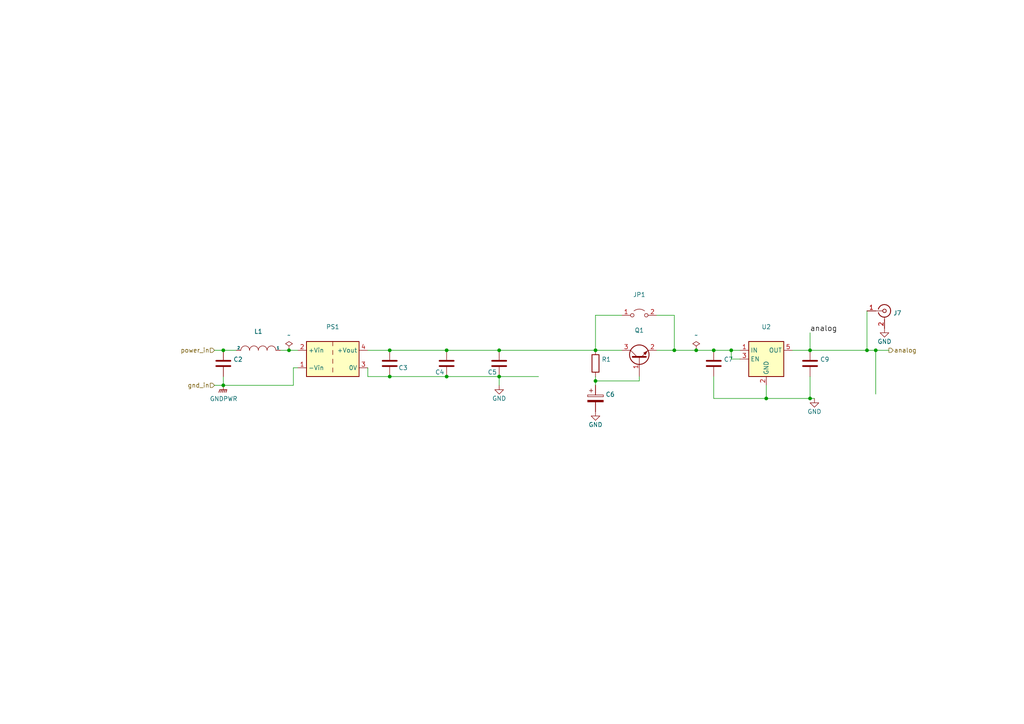
<source format=kicad_sch>
(kicad_sch (version 20211123) (generator eeschema)
  (paper "A4")
  (lib_symbols
    (symbol "0JLC:10uF_1206_50V" (pin_numbers hide) (pin_names (offset 0.254))
      (property "Reference" "C" (at 0.635 2.54 0))
      (property "Value" "0JLC_10uF_1206_50V" (at 0.635 -2.54 0))
      (symbol "10uF_1206_50V_0_1"
        (polyline (pts (xy -2.032 -0.762) (xy 2.032 -0.762)) (stroke (width 0.508)))
        (polyline (pts (xy -2.032 0.762) (xy 2.032 0.762)) (stroke (width 0.508)))
      )
      (symbol "10uF_1206_50V_1_1"
        (pin passive line (at 0 3.81 270) (length 2.794) (name "~") (number "1"))
        (pin passive line (at 0 -3.81 90) (length 2.794) (name "~") (number "2"))
      )
    )
    (symbol "0JLC:1K" (pin_numbers hide) (pin_names (offset 0))
      (property "Reference" "R" (at 2.032 0 90))
      (property "Value" "0JLC_1K" (at 0 0 90))
      (symbol "1K_0_1"
        (rectangle (start -1.016 -2.54) (end 1.016 2.54) (stroke (width 0.254)))
      )
      (symbol "1K_1_1"
        (pin passive line (at 0 3.81 270) (length 1.27) (name "~") (number "1"))
        (pin passive line (at 0 -3.81 90) (length 1.27) (name "~") (number "2"))
      )
    )
    (symbol "0JLC:1uF" (pin_numbers hide) (pin_names (offset 0.254))
      (property "Reference" "C" (at 0.635 2.54 0))
      (property "Value" "0JLC_1uF" (at 0.635 -2.54 0))
      (symbol "1uF_0_1"
        (polyline (pts (xy -2.032 -0.762) (xy 2.032 -0.762)) (stroke (width 0.508)))
        (polyline (pts (xy -2.032 0.762) (xy 2.032 0.762)) (stroke (width 0.508)))
      )
      (symbol "1uF_1_1"
        (pin passive line (at 0 3.81 270) (length 2.794) (name "~") (number "1"))
        (pin passive line (at 0 -3.81 90) (length 2.794) (name "~") (number "2"))
      )
    )
    (symbol "0JLC:4.7uF_1206_50V" (pin_numbers hide) (pin_names (offset 0.254))
      (property "Reference" "C" (at 0.635 2.54 0))
      (property "Value" "0JLC_4.7uF_1206_50V" (at 0.635 -2.54 0))
      (symbol "4.7uF_1206_50V_0_1"
        (polyline (pts (xy -2.032 -0.762) (xy 2.032 -0.762)) (stroke (width 0.508)))
        (polyline (pts (xy -2.032 0.762) (xy 2.032 0.762)) (stroke (width 0.508)))
      )
      (symbol "4.7uF_1206_50V_1_1"
        (pin passive line (at 0 3.81 270) (length 2.794) (name "~") (number "1"))
        (pin passive line (at 0 -3.81 90) (length 2.794) (name "~") (number "2"))
      )
    )
    (symbol "0JLC:LP5907MFX-3.3"
      (property "Reference" "U" (at -3.81 6.35 0))
      (property "Value" "0JLC_LP5907MFX-3.3" (at 6.35 6.35 0))
      (symbol "LP5907MFX-3.3_0_1"
        (rectangle (start -5.08 -5.08) (end 5.08 5.08) (stroke (width 0.254)) (fill (type background)))
        (pin power_in line (at -7.62 2.54 0) (length 2.54) (name "IN") (number "1"))
        (pin power_in line (at 0 -7.62 90) (length 2.54) (name "GND") (number "2"))
        (pin input line (at -7.62 0 0) (length 2.54) (name "EN") (number "3"))
        (pin no_connect line (at 5.08 0 180) (length 2.54) hide (name "NC") (number "4"))
        (pin power_out line (at 7.62 2.54 180) (length 2.54) (name "OUT") (number "5"))
      )
    )
    (symbol "0my_intf:MMCX" (pin_names (offset 1.016) hide)
      (property "Reference" "J" (at 0.254 3.048 0))
      (property "Value" "0my_intf_MMCX" (at 2.921 0 90))
      (symbol "MMCX_0_1"
        (arc (start -1.778 -0.508) (mid 0.2311 -1.8066) (end 1.778 0) (stroke (width 0.254)))
        (polyline (pts (xy -2.54 0) (xy -0.508 0)))
        (polyline (pts (xy 0 -2.54) (xy 0 -1.778)))
        (circle (center 0 0) (radius 0.508) (stroke (width 0.2032)))
        (arc (start 1.778 0) (mid 0.2099 1.8101) (end -1.778 0.508) (stroke (width 0.254)))
      )
      (symbol "MMCX_1_1"
        (pin passive line (at -5.08 0 0) (length 2.54) (name "In") (number "1"))
        (pin passive line (at 0 -5.08 90) (length 2.54) (name "Ext") (number "2"))
      )
    )
    (symbol "Device:C" (pin_numbers hide) (pin_names (offset 0.254))
      (property "Reference" "C" (at 0.635 2.54 0))
      (property "Value" "C" (at 0.635 -2.54 0))
      (symbol "C_0_1"
        (polyline (pts (xy -2.032 -0.762) (xy 2.032 -0.762)) (stroke (width 0.508)))
        (polyline (pts (xy -2.032 0.762) (xy 2.032 0.762)) (stroke (width 0.508)))
      )
      (symbol "C_1_1"
        (pin passive line (at 0 3.81 270) (length 2.794) (name "~") (number "1"))
        (pin passive line (at 0 -3.81 90) (length 2.794) (name "~") (number "2"))
      )
    )
    (symbol "Device:CP" (pin_numbers hide) (pin_names (offset 0.254))
      (property "Reference" "C" (at 0.635 2.54 0))
      (property "Value" "Device_CP" (at 0.635 -2.54 0))
      (symbol "CP_0_1"
        (rectangle (start -2.286 0.508) (end 2.286 1.016))
        (polyline (pts (xy -1.778 2.286) (xy -0.762 2.286)))
        (polyline (pts (xy -1.27 2.794) (xy -1.27 1.778)))
        (rectangle (start 2.286 -0.508) (end -2.286 -1.016) (fill (type outline)))
      )
      (symbol "CP_1_1"
        (pin passive line (at 0 3.81 270) (length 2.794) (name "~") (number "1"))
        (pin passive line (at 0 -3.81 90) (length 2.794) (name "~") (number "2"))
      )
    )
    (symbol "Jumper:Jumper_2_Open" (pin_names (offset 0) hide)
      (property "Reference" "JP" (at 0 2.794 0))
      (property "Value" "Jumper_2_Open" (at 0 -2.286 0))
      (symbol "Jumper_2_Open_0_0"
        (circle (center -2.032 0) (radius 0.508))
        (circle (center 2.032 0) (radius 0.508))
      )
      (symbol "Jumper_2_Open_0_1"
        (arc (start 1.524 1.27) (mid 0 1.778) (end -1.524 1.27))
      )
      (symbol "Jumper_2_Open_1_1"
        (pin passive line (at -5.08 0 0) (length 2.54) (name "A") (number "1"))
        (pin passive line (at 5.08 0 180) (length 2.54) (name "B") (number "2"))
      )
    )
    (symbol "Transistor_BJT:BC847" (pin_names (offset 0) hide)
      (property "Reference" "Q" (at 5.08 1.905 0))
      (property "Value" "BC847" (at 5.08 0 0))
      (symbol "BC847_0_1"
        (polyline (pts (xy 0.635 0.635) (xy 2.54 2.54)))
        (polyline (pts (xy 0.635 -0.635) (xy 2.54 -2.54) (xy 2.54 -2.54)))
        (polyline (pts (xy 0.635 1.905) (xy 0.635 -1.905) (xy 0.635 -1.905)) (stroke (width 0.508)))
        (polyline (pts (xy 1.27 -1.778) (xy 1.778 -1.27) (xy 2.286 -2.286) (xy 1.27 -1.778) (xy 1.27 -1.778)) (fill (type outline)))
        (circle (center 1.27 0) (radius 2.8194) (stroke (width 0.254)))
      )
      (symbol "BC847_1_1"
        (pin input line (at -5.08 0 0) (length 5.715) (name "B") (number "1"))
        (pin passive line (at 2.54 -5.08 90) (length 2.54) (name "E") (number "2"))
        (pin passive line (at 2.54 5.08 270) (length 2.54) (name "C") (number "3"))
      )
    )
    (symbol "power:GND" (power) (pin_names (offset 0))
      (property "Value" "GND" (at 0 -3.81 0))
      (symbol "GND_0_1"
        (polyline (pts (xy 0 0) (xy 0 -1.27) (xy 1.27 -1.27) (xy 0 -2.54) (xy -1.27 -1.27) (xy 0 -1.27)))
      )
      (symbol "GND_1_1"
        (pin power_in line (at 0 0 270) (length 0) hide (name "GND") (number "1"))
      )
    )
    (symbol "power:GNDPWR" (power) (pin_names (offset 0))
      (property "Value" "GNDPWR" (at 0 -3.302 0))
      (symbol "GNDPWR_0_1"
        (polyline (pts (xy 0 -1.27) (xy 0 0)))
        (polyline (pts (xy -1.016 -1.27) (xy -1.27 -2.032) (xy -1.27 -2.032)) (stroke (width 0.2032)))
        (polyline (pts (xy -0.508 -1.27) (xy -0.762 -2.032) (xy -0.762 -2.032)) (stroke (width 0.2032)))
        (polyline (pts (xy 0 -1.27) (xy -0.254 -2.032) (xy -0.254 -2.032)) (stroke (width 0.2032)))
        (polyline (pts (xy 0.508 -1.27) (xy 0.254 -2.032) (xy 0.254 -2.032)) (stroke (width 0.2032)))
        (polyline (pts (xy 1.016 -1.27) (xy -1.016 -1.27) (xy -1.016 -1.27)) (stroke (width 0.2032)))
        (polyline (pts (xy 1.016 -1.27) (xy 0.762 -2.032) (xy 0.762 -2.032) (xy 0.762 -2.032)) (stroke (width 0.2032)))
      )
      (symbol "GNDPWR_1_1"
        (pin power_in line (at 0 0 270) (length 0) hide (name "GNDPWR") (number "1"))
      )
    )
    (symbol "power:PWR_FLAG" (power) (pin_numbers hide) (pin_names (offset 0) hide)
      (property "Value" "PWR_FLAG" (at 0 3.81 0))
      (symbol "PWR_FLAG_0_0"
        (pin power_out line (at 0 0 90) (length 0) (name "pwr") (number "1"))
      )
      (symbol "PWR_FLAG_0_1"
        (polyline (pts (xy 0 0) (xy 0 1.27) (xy -1.016 1.905) (xy 0 2.54) (xy 1.016 1.905) (xy 0 1.27)))
      )
    )
    (symbol "pspice:INDUCTOR" (pin_numbers hide) (pin_names (offset 0))
      (property "Reference" "L" (at 0 2.54 0))
      (property "Value" "INDUCTOR" (at 0 -1.27 0))
      (symbol "INDUCTOR_0_1"
        (arc (start -2.54 0) (mid -3.81 1.27) (end -5.08 0))
        (arc (start 0 0) (mid -1.27 1.27) (end -2.54 0))
        (arc (start 2.54 0) (mid 1.27 1.27) (end 0 0))
        (arc (start 5.08 0) (mid 3.81 1.27) (end 2.54 0))
      )
      (symbol "INDUCTOR_1_1"
        (pin input line (at -6.35 0 0) (length 1.27) (name "1") (number "1"))
        (pin input line (at 6.35 0 180) (length 1.27) (name "2") (number "2"))
      )
    )
    (symbol "uart_mux-rescue:B0305S-1WR2-0my_power"
      (property "Reference" "PS" (at -7.62 6.35 0))
      (property "Value" "B0305S-1WR2-0my_power" (at 1.27 6.35 0))
      (symbol "B0305S-1WR2-0my_power_0_0"
        (pin power_in line (at -10.16 -2.54 0) (length 2.54) (name "-Vin") (number "1"))
        (pin power_in line (at -10.16 2.54 0) (length 2.54) (name "+Vin") (number "2"))
        (pin power_out line (at 10.16 -2.54 180) (length 2.54) (name "0V") (number "3"))
        (pin power_out line (at 10.16 2.54 180) (length 2.54) (name "+Vout") (number "4"))
      )
      (symbol "B0305S-1WR2-0my_power_0_1"
        (rectangle (start -7.62 5.08) (end 7.62 -5.08) (stroke (width 0.254)) (fill (type background)))
        (polyline (pts (xy 0 -2.54) (xy 0 -3.81)))
        (polyline (pts (xy 0 0) (xy 0 -1.27)))
        (polyline (pts (xy 0 2.54) (xy 0 1.27)))
        (polyline (pts (xy 0 5.08) (xy 0 3.81)))
      )
    )
  )
  (junction (at 113.03 109.22))
  (junction (at 222.25 115.57))
  (junction (at 129.54 109.22))
  (junction (at 64.77 111.76))
  (junction (at 113.03 101.6))
  (junction (at 144.78 101.6))
  (junction (at 251.46 101.6))
  (junction (at 144.78 109.22))
  (junction (at 64.77 101.6))
  (junction (at 212.09 101.6))
  (junction (at 254 101.6))
  (junction (at 195.58 101.6))
  (junction (at 234.95 101.6))
  (junction (at 201.93 101.6))
  (junction (at 172.72 110.49))
  (junction (at 172.72 101.6))
  (junction (at 129.54 101.6))
  (junction (at 234.95 115.57))
  (junction (at 83.82 101.6))
  (junction (at 207.01 101.6))
  (wire (pts (xy 172.72 110.49) (xy 185.42 110.49)))
  (wire (pts (xy 185.42 110.49) (xy 185.42 109.22)))
  (wire (pts (xy 201.93 101.6) (xy 207.01 101.6)))
  (wire (pts (xy 62.23 111.76) (xy 64.77 111.76)))
  (wire (pts (xy 207.01 101.6) (xy 212.09 101.6)))
  (wire (pts (xy 222.25 115.57) (xy 207.01 115.57)))
  (wire (pts (xy 129.54 109.22) (xy 113.03 109.22)))
  (wire (pts (xy 106.68 109.22) (xy 113.03 109.22)))
  (wire (pts (xy 62.23 101.6) (xy 64.77 101.6)))
  (wire (pts (xy 212.09 101.6) (xy 212.09 104.14)))
  (wire (pts (xy 172.72 91.44) (xy 180.34 91.44)))
  (wire (pts (xy 172.72 101.6) (xy 180.34 101.6)))
  (wire (pts (xy 64.77 101.6) (xy 68.58 101.6)))
  (wire (pts (xy 212.09 104.14) (xy 214.63 104.14)))
  (wire (pts (xy 129.54 101.6) (xy 144.78 101.6)))
  (wire (pts (xy 234.95 109.22) (xy 234.95 115.57)))
  (wire (pts (xy 212.09 101.6) (xy 214.63 101.6)))
  (wire (pts (xy 251.46 90.17) (xy 251.46 101.6)))
  (wire (pts (xy 172.72 110.49) (xy 172.72 111.76)))
  (wire (pts (xy 254 101.6) (xy 257.81 101.6)))
  (wire (pts (xy 251.46 101.6) (xy 254 101.6)))
  (wire (pts (xy 113.03 101.6) (xy 129.54 101.6)))
  (wire (pts (xy 195.58 101.6) (xy 201.93 101.6)))
  (wire (pts (xy 207.01 115.57) (xy 207.01 109.22)))
  (wire (pts (xy 172.72 109.22) (xy 172.72 110.49)))
  (wire (pts (xy 83.82 101.6) (xy 86.36 101.6)))
  (wire (pts (xy 234.95 101.6) (xy 251.46 101.6)))
  (wire (pts (xy 254 114.3) (xy 254 101.6)))
  (wire (pts (xy 129.54 109.22) (xy 144.78 109.22)))
  (wire (pts (xy 86.36 106.68) (xy 85.09 106.68)))
  (wire (pts (xy 234.95 115.57) (xy 236.22 115.57)))
  (wire (pts (xy 85.09 111.76) (xy 64.77 111.76)))
  (wire (pts (xy 106.68 101.6) (xy 113.03 101.6)))
  (wire (pts (xy 144.78 101.6) (xy 172.72 101.6)))
  (wire (pts (xy 234.95 101.6) (xy 234.95 96.52)))
  (wire (pts (xy 195.58 91.44) (xy 195.58 101.6)))
  (wire (pts (xy 222.25 115.57) (xy 234.95 115.57)))
  (wire (pts (xy 234.95 101.6) (xy 229.87 101.6)))
  (wire (pts (xy 64.77 109.22) (xy 64.77 111.76)))
  (wire (pts (xy 144.78 111.76) (xy 144.78 109.22)))
  (wire (pts (xy 81.28 101.6) (xy 83.82 101.6)))
  (wire (pts (xy 222.25 111.76) (xy 222.25 115.57)))
  (wire (pts (xy 190.5 91.44) (xy 195.58 91.44)))
  (wire (pts (xy 144.78 109.22) (xy 156.21 109.22)))
  (wire (pts (xy 172.72 101.6) (xy 172.72 91.44)))
  (wire (pts (xy 85.09 106.68) (xy 85.09 111.76)))
  (wire (pts (xy 106.68 106.68) (xy 106.68 109.22)))
  (wire (pts (xy 190.5 101.6) (xy 195.58 101.6)))
  (label "analog" (at 234.95 96.52 0) (effects (font (size 1.524 1.524))))
  (hierarchical_label "power_in" (shape input) (at 62.23 101.6 180))
  (hierarchical_label "analog" (shape output) (at 257.81 101.6 0))
  (hierarchical_label "gnd_in" (shape input) (at 62.23 111.76 180))
  (symbol (lib_id "Device:C") (at 129.54 105.41 180) (unit 1)
    (property "Reference" "C4" (at 128.905 107.95 0) (effects (justify left)))
    (property "Datasheet" "CC0603KRX7R9BB104" (effects hide))
    (property "MFR" "Samsung" (effects hide))
    (property "MPN" "CC0603KRX7R9BB104" (effects hide))
    (property "SPURL" "-" (effects hide))
    (property "LCSC" "C14663" (effects hide))
  )
  (symbol (lib_id "Device:C") (at 144.78 105.41 180) (unit 1)
    (property "Reference" "C5" (at 144.145 107.95 0) (effects (justify left)))
    (property "Datasheet" "0603B103K500NT" (effects hide))
    (property "MFR" "Samsung" (effects hide))
    (property "MPN" "0603B103K500NT" (effects hide))
    (property "LCSC" "C57112" (effects hide))
    (property "SPURL" "-" (effects hide))
  )
  (symbol (lib_id "power:GND") (at 144.78 111.76 0) (unit 1)
    (property "Reference" "#PWR016" (effects hide))
  )
  (symbol (lib_id "power:GND") (at 172.72 119.38 0) (unit 1)
    (property "Reference" "#PWR017" (effects hide))
  )
  (symbol (lib_id "Transistor_BJT:BC847") (at 185.42 104.14 90) (unit 1)
    (property "Reference" "Q1" (at 185.42 95.8088 90))
    (property "Datasheet" "http://www.infineon.com/dgdl/Infineon-BC847SERIES_BC848SERIES_BC849SERIES_BC850SERIES-DS-v01_01-en.pdf?fileId=db3a304314dca389011541d4630a1657" (effects hide))
    (property "MPN" "BC847C,215" (effects hide))
    (property "LCSC" "C8664" (effects hide))
  )
  (symbol (lib_id "Jumper:Jumper_2_Open") (at 185.42 91.44 0) (unit 1)
    (property "Reference" "JP1" (at 185.42 85.471 0))
  )
  (symbol (lib_id "uart_mux-rescue:B0305S-1WR2-0my_power") (at 96.52 104.14 0) (unit 1)
    (property "Reference" "PS1" (at 96.52 94.8182 0))
    (property "LCSC" "C80854" (effects hide))
    (property "MPN" "B0305S-1WR2" (effects hide))
  )
  (symbol (lib_id "pspice:INDUCTOR") (at 74.93 101.6 0) (mirror y) (unit 1)
    (property "Reference" "L1" (at 74.93 96.139 0))
    (property "MPN" "NLCV32T-6R8M-PFR" (effects hide))
    (property "LCSC" "C87559" (effects hide))
  )
  (symbol (lib_id "power:GNDPWR") (at 64.77 111.76 0) (unit 1)
    (property "Reference" "#PWR015" (effects hide))
  )
  (symbol (lib_id "0JLC:10uF_1206_50V") (at 113.03 105.41 0) (unit 1)
    (property "Reference" "C3" (at 115.57 106.68 0) (effects (justify left)))
    (property "LCSC" "C13585" (effects hide))
    (property "MPN" "CL31A106KBHNNNE" (effects hide))
  )
  (symbol (lib_id "0JLC:4.7uF_1206_50V") (at 64.77 105.41 0) (unit 1)
    (property "Reference" "C2" (at 67.691 104.2416 0) (effects (justify left)))
    (property "LCSC" "C29823" (effects hide))
    (property "MPN" "1206B475K500NT" (effects hide))
  )
  (symbol (lib_id "0JLC:1K") (at 172.72 105.41 0) (unit 1)
    (property "Reference" "R1" (at 174.498 104.2416 0) (effects (justify left)))
    (property "LCSC" "C21190" (effects hide))
    (property "MPN" "0603WAF1001T5E" (effects hide))
  )
  (symbol (lib_id "Device:CP") (at 172.72 115.57 0) (unit 1)
    (property "Reference" "C6" (at 175.641 114.4016 0) (effects (justify left)))
    (property "LCSC" "C84455" (effects hide))
    (property "MPN" "GRM32ER61A107ME20L" (effects hide))
  )
  (symbol (lib_id "0JLC:LP5907MFX-3.3") (at 222.25 104.14 0) (unit 1)
    (property "Reference" "U2" (at 222.25 94.8182 0))
    (property "Datasheet" "http://www.ti.com/lit/ds/symlink/lp5907.pdf" (effects hide))
    (property "LCSC" "C80670" (effects hide))
    (property "MPN" "LP5907MFX-3.3/NOPB" (effects hide))
  )
  (symbol (lib_id "0JLC:1uF") (at 207.01 105.41 0) (unit 1)
    (property "Reference" "C7" (at 209.931 104.2416 0) (effects (justify left)))
    (property "LCSC" "C15849" (effects hide))
    (property "MPN" "CL10A105KB8NNNC" (effects hide))
  )
  (symbol (lib_id "0JLC:1uF") (at 234.95 105.41 0) (unit 1)
    (property "Reference" "C9" (at 237.871 104.2416 0) (effects (justify left)))
    (property "LCSC" "C15849" (effects hide))
    (property "MPN" "CL10A105KB8NNNC" (effects hide))
  )
  (symbol (lib_id "power:GND") (at 236.22 115.57 0) (unit 1)
    (property "Reference" "#PWR018" (effects hide))
  )
  (symbol (lib_id "0my_intf:MMCX") (at 256.54 90.17 0) (unit 1)
    (property "Reference" "J7" (at 259.08 90.805 0) (effects (justify left)))
    (property "Datasheet" " ~" (effects hide))
    (property "LCSC" "C530664" (effects hide))
    (property "MPN" "KH-MMCX-Z" (effects hide))
  )
  (symbol (lib_id "power:GND") (at 256.54 95.25 0) (unit 1)
    (property "Reference" "#PWR020" (effects hide))
  )
  (symbol (lib_id "power:PWR_FLAG") (at 83.82 101.6 0) (unit 1)
    (property "Reference" "#FLG01" (effects hide))
  )
  (symbol (lib_id "power:PWR_FLAG") (at 201.93 101.6 0) (unit 1)
    (property "Reference" "#FLG02" (effects hide))
  )
)
</source>
